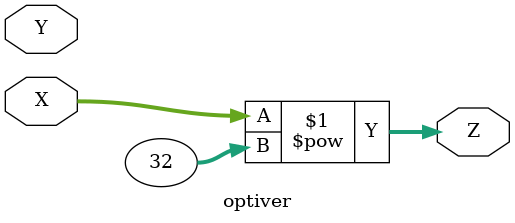
<source format=v>
module optiver (input [31:0] X, Y, output [31:0] Z);
assign Z = X ** 32;

endmodule
</source>
